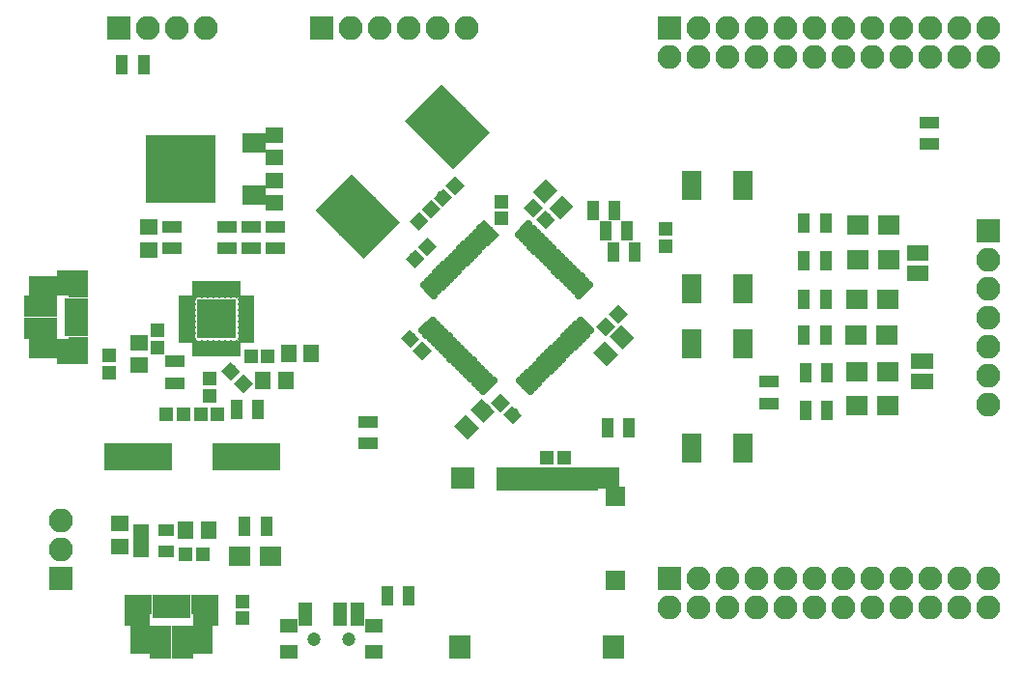
<source format=gts>
G04 #@! TF.GenerationSoftware,KiCad,Pcbnew,(2017-08-04 revision 7bf9f8e1c)-master*
G04 #@! TF.CreationDate,2018-06-13T20:52:22+02:00*
G04 #@! TF.ProjectId,pcb-f2-a,7063622D66322D612E6B696361645F70,rev?*
G04 #@! TF.SameCoordinates,Original*
G04 #@! TF.FileFunction,Soldermask,Top*
G04 #@! TF.FilePolarity,Negative*
%FSLAX46Y46*%
G04 Gerber Fmt 4.6, Leading zero omitted, Abs format (unit mm)*
G04 Created by KiCad (PCBNEW (2017-08-04 revision 7bf9f8e1c)-master) date Wed Jun 13 20:52:22 2018*
%MOMM*%
%LPD*%
G01*
G04 APERTURE LIST*
%ADD10O,0.640000X0.840000*%
%ADD11O,0.840000X0.640000*%
%ADD12C,1.350000*%
%ADD13R,3.500000X3.500000*%
%ADD14R,0.640000X1.400000*%
%ADD15R,1.400000X0.640000*%
%ADD16R,1.400000X1.650000*%
%ADD17R,5.900000X2.400000*%
%ADD18R,1.799540X2.500580*%
%ADD19C,1.150000*%
%ADD20C,0.100000*%
%ADD21R,1.150000X1.200000*%
%ADD22C,1.400000*%
%ADD23R,1.650000X1.400000*%
%ADD24R,1.200000X1.150000*%
%ADD25R,1.900000X1.700000*%
%ADD26R,2.100000X2.100000*%
%ADD27O,2.100000X2.100000*%
%ADD28R,0.975000X1.450000*%
%ADD29R,1.700480X2.851100*%
%ADD30R,2.226260X1.101040*%
%ADD31R,2.398980X1.799540*%
%ADD32R,1.824940X2.899360*%
%ADD33R,0.798780X2.150060*%
%ADD34R,2.150060X0.798780*%
%ADD35R,2.899360X1.824940*%
%ADD36R,1.799540X2.398980*%
%ADD37R,2.851100X1.700480*%
%ADD38R,1.101040X2.226260*%
%ADD39R,1.200100X2.078940*%
%ADD40R,2.000200X1.901140*%
%ADD41R,2.099260X1.901140*%
%ADD42R,1.901140X2.099260*%
%ADD43R,1.690320X1.700480*%
%ADD44R,1.690320X1.799540*%
%ADD45R,1.100000X1.700000*%
%ADD46R,1.700000X1.100000*%
%ADD47R,1.600000X1.200000*%
%ADD48C,1.200000*%
%ADD49R,1.200000X2.000000*%
%ADD50C,0.648920*%
%ADD51C,0.648920*%
%ADD52R,2.099260X1.700480*%
%ADD53R,6.099760X5.899100*%
%ADD54R,1.460000X1.050000*%
%ADD55C,4.499560*%
G04 APERTURE END LIST*
D10*
X69687500Y-102382500D03*
X69187500Y-102382500D03*
X68687500Y-102382500D03*
X68187500Y-102382500D03*
X67687500Y-102382500D03*
X67187500Y-102382500D03*
X66687500Y-102382500D03*
D11*
X65692500Y-101887500D03*
X65692500Y-101387500D03*
X65692500Y-100887500D03*
X65692500Y-100387500D03*
X65692500Y-99887500D03*
X65692500Y-99387500D03*
X65692500Y-98887500D03*
D10*
X66187500Y-97892500D03*
X66687500Y-97892500D03*
X67187500Y-97892500D03*
X67687500Y-97892500D03*
X68187500Y-97892500D03*
X68687500Y-97892500D03*
X69187500Y-97892500D03*
D11*
X70182500Y-98387500D03*
X70182500Y-98887500D03*
X70182500Y-99387500D03*
X70182500Y-99887500D03*
X70182500Y-100387500D03*
X70182500Y-100887500D03*
X70182500Y-101387500D03*
D12*
X68837500Y-101037500D03*
X67937500Y-101037500D03*
X67037500Y-101037500D03*
X68837500Y-100137500D03*
X67937500Y-100137500D03*
X67037500Y-100137500D03*
X68837500Y-99237500D03*
X67937500Y-99237500D03*
D13*
X67937500Y-100137500D03*
D12*
X67037500Y-99237500D03*
D14*
X69687500Y-102782500D03*
X69187500Y-102782500D03*
X68687500Y-102782500D03*
X68187500Y-102782500D03*
X67687500Y-102782500D03*
X67187500Y-102782500D03*
X66687500Y-102782500D03*
D10*
X66187500Y-102382500D03*
D15*
X65292500Y-101887500D03*
X65292500Y-101387500D03*
X65292500Y-100887500D03*
X65292500Y-100387500D03*
X65292500Y-99887500D03*
X65292500Y-99387500D03*
X65292500Y-98887500D03*
D11*
X65692500Y-98387500D03*
D14*
X66187500Y-97492500D03*
X66687500Y-97492500D03*
X67187500Y-97492500D03*
X67687500Y-97492500D03*
X68187500Y-97492500D03*
X68687500Y-97492500D03*
X69187500Y-97492500D03*
D10*
X69687500Y-97892500D03*
D15*
X70582500Y-98387500D03*
X70582500Y-98887500D03*
X70582500Y-99387500D03*
X70582500Y-99887500D03*
X70582500Y-100387500D03*
X70582500Y-100887500D03*
X70582500Y-101387500D03*
D11*
X70182500Y-101887500D03*
D14*
X66187500Y-102782500D03*
D15*
X65292500Y-98387500D03*
D14*
X69687500Y-97492500D03*
D15*
X70582500Y-101887500D03*
D16*
X67250000Y-118650000D03*
X65250000Y-118650000D03*
D17*
X70550000Y-112200000D03*
X61050000Y-112200000D03*
D18*
X114050440Y-88400860D03*
X114050440Y-97499140D03*
X109549560Y-88400860D03*
X109549560Y-97499140D03*
X114050440Y-102350860D03*
X114050440Y-111449140D03*
X109549560Y-102350860D03*
X109549560Y-111449140D03*
D19*
X84919670Y-101869670D03*
D20*
G36*
X84088820Y-101851992D02*
X84901992Y-101038820D01*
X85750520Y-101887348D01*
X84937348Y-102700520D01*
X84088820Y-101851992D01*
X84088820Y-101851992D01*
G37*
D19*
X85980330Y-102930330D03*
D20*
G36*
X85149480Y-102912652D02*
X85962652Y-102099480D01*
X86811180Y-102948008D01*
X85998008Y-103761180D01*
X85149480Y-102912652D01*
X85149480Y-102912652D01*
G37*
D19*
X86380330Y-93819670D03*
D20*
G36*
X86398008Y-92988820D02*
X87211180Y-93801992D01*
X86362652Y-94650520D01*
X85549480Y-93837348D01*
X86398008Y-92988820D01*
X86398008Y-92988820D01*
G37*
D19*
X85319670Y-94880330D03*
D20*
G36*
X85337348Y-94049480D02*
X86150520Y-94862652D01*
X85301992Y-95711180D01*
X84488820Y-94898008D01*
X85337348Y-94049480D01*
X85337348Y-94049480D01*
G37*
D19*
X95719670Y-90369670D03*
D20*
G36*
X96550520Y-90387348D02*
X95737348Y-91200520D01*
X94888820Y-90351992D01*
X95701992Y-89538820D01*
X96550520Y-90387348D01*
X96550520Y-90387348D01*
G37*
D19*
X96780330Y-91430330D03*
D20*
G36*
X97611180Y-91448008D02*
X96798008Y-92261180D01*
X95949480Y-91412652D01*
X96762652Y-90599480D01*
X97611180Y-91448008D01*
X97611180Y-91448008D01*
G37*
D21*
X92900000Y-89850000D03*
X92900000Y-91350000D03*
D19*
X92819670Y-107469670D03*
D20*
G36*
X93650520Y-107487348D02*
X92837348Y-108300520D01*
X91988820Y-107451992D01*
X92801992Y-106638820D01*
X93650520Y-107487348D01*
X93650520Y-107487348D01*
G37*
D19*
X93880330Y-108530330D03*
D20*
G36*
X94711180Y-108548008D02*
X93898008Y-109361180D01*
X93049480Y-108512652D01*
X93862652Y-107699480D01*
X94711180Y-108548008D01*
X94711180Y-108548008D01*
G37*
D19*
X103130330Y-99719670D03*
D20*
G36*
X103148008Y-98888820D02*
X103961180Y-99701992D01*
X103112652Y-100550520D01*
X102299480Y-99737348D01*
X103148008Y-98888820D01*
X103148008Y-98888820D01*
G37*
D19*
X102069670Y-100780330D03*
D20*
G36*
X102087348Y-99949480D02*
X102900520Y-100762652D01*
X102051992Y-101611180D01*
X101238820Y-100798008D01*
X102087348Y-99949480D01*
X102087348Y-99949480D01*
G37*
D22*
X98157107Y-90357107D03*
D20*
G36*
X99235445Y-90268719D02*
X98068719Y-91435445D01*
X97078769Y-90445495D01*
X98245495Y-89278769D01*
X99235445Y-90268719D01*
X99235445Y-90268719D01*
G37*
D22*
X96742893Y-88942893D03*
D20*
G36*
X97821231Y-88854505D02*
X96654505Y-90021231D01*
X95664555Y-89031281D01*
X96831281Y-87864555D01*
X97821231Y-88854505D01*
X97821231Y-88854505D01*
G37*
D23*
X59424999Y-118110000D03*
X59424999Y-120110000D03*
D24*
X65250000Y-120750000D03*
X66750000Y-120750000D03*
D23*
X73000000Y-84000000D03*
X73000000Y-86000000D03*
X73000000Y-90000000D03*
X73000000Y-88000000D03*
D22*
X91257107Y-108192893D03*
D20*
G36*
X91168719Y-107114555D02*
X92335445Y-108281281D01*
X91345495Y-109271231D01*
X90178769Y-108104505D01*
X91168719Y-107114555D01*
X91168719Y-107114555D01*
G37*
D22*
X89842893Y-109607107D03*
D20*
G36*
X89754505Y-108528769D02*
X90921231Y-109695495D01*
X89931281Y-110685445D01*
X88764555Y-109518719D01*
X89754505Y-108528769D01*
X89754505Y-108528769D01*
G37*
D22*
X102042893Y-103157107D03*
D20*
G36*
X102131281Y-104235445D02*
X100964555Y-103068719D01*
X101954505Y-102078769D01*
X103121231Y-103245495D01*
X102131281Y-104235445D01*
X102131281Y-104235445D01*
G37*
D22*
X103457107Y-101742893D03*
D20*
G36*
X103545495Y-102821231D02*
X102378769Y-101654505D01*
X103368719Y-100664555D01*
X104535445Y-101831281D01*
X103545495Y-102821231D01*
X103545495Y-102821231D01*
G37*
D21*
X107300000Y-92250000D03*
X107300000Y-93750000D03*
D19*
X88830330Y-88419670D03*
D20*
G36*
X88812652Y-89250520D02*
X87999480Y-88437348D01*
X88848008Y-87588820D01*
X89661180Y-88401992D01*
X88812652Y-89250520D01*
X88812652Y-89250520D01*
G37*
D19*
X87769670Y-89480330D03*
D20*
G36*
X87751992Y-90311180D02*
X86938820Y-89498008D01*
X87787348Y-88649480D01*
X88600520Y-89462652D01*
X87751992Y-90311180D01*
X87751992Y-90311180D01*
G37*
D19*
X86730330Y-90519670D03*
D20*
G36*
X86748008Y-89688820D02*
X87561180Y-90501992D01*
X86712652Y-91350520D01*
X85899480Y-90537348D01*
X86748008Y-89688820D01*
X86748008Y-89688820D01*
G37*
D19*
X85669670Y-91580330D03*
D20*
G36*
X85687348Y-90749480D02*
X86500520Y-91562652D01*
X85651992Y-92411180D01*
X84838820Y-91598008D01*
X85687348Y-90749480D01*
X85687348Y-90749480D01*
G37*
D21*
X67300000Y-105350000D03*
X67300000Y-106850000D03*
D19*
X70280330Y-105780330D03*
D20*
G36*
X69449480Y-105762652D02*
X70262652Y-104949480D01*
X71111180Y-105798008D01*
X70298008Y-106611180D01*
X69449480Y-105762652D01*
X69449480Y-105762652D01*
G37*
D19*
X69219670Y-104719670D03*
D20*
G36*
X68388820Y-104701992D02*
X69201992Y-103888820D01*
X70050520Y-104737348D01*
X69237348Y-105550520D01*
X68388820Y-104701992D01*
X68388820Y-104701992D01*
G37*
D21*
X62750000Y-101150000D03*
X62750000Y-102650000D03*
D23*
X61150000Y-102200000D03*
X61150000Y-104200000D03*
D24*
X70950000Y-103450000D03*
X72450000Y-103450000D03*
D23*
X62000000Y-94100000D03*
X62000000Y-92100000D03*
D24*
X63550000Y-108500000D03*
X65050000Y-108500000D03*
X66550000Y-108500000D03*
X68050000Y-108500000D03*
X96900000Y-112300000D03*
X98400000Y-112300000D03*
D16*
X74250000Y-103200000D03*
X76250000Y-103200000D03*
X74000000Y-105500000D03*
X72000000Y-105500000D03*
D25*
X124048002Y-98440000D03*
X126748002Y-98440000D03*
X126748001Y-107740001D03*
X124048001Y-107740001D03*
X126848000Y-94940000D03*
X124148000Y-94940000D03*
X124048000Y-104740000D03*
X126748000Y-104740000D03*
X124148000Y-91939999D03*
X126848000Y-91939999D03*
X126648000Y-101540000D03*
X123948000Y-101540000D03*
X72665000Y-120905000D03*
X69965000Y-120905000D03*
D26*
X59360000Y-74600000D03*
D27*
X61900000Y-74600000D03*
X64440000Y-74600000D03*
X66980000Y-74600000D03*
D26*
X135560000Y-92380000D03*
D27*
X135560000Y-94920000D03*
X135560000Y-97460000D03*
X135560000Y-100000000D03*
X135560000Y-102540000D03*
X135560000Y-105080000D03*
X135560000Y-107620000D03*
D26*
X107620000Y-122860000D03*
D27*
X107620000Y-125400000D03*
X110160000Y-122860000D03*
X110160000Y-125400000D03*
X112700000Y-122860000D03*
X112700000Y-125400000D03*
X115240000Y-122860000D03*
X115240000Y-125400000D03*
X117780000Y-122860000D03*
X117780000Y-125400000D03*
X120320000Y-122860000D03*
X120320000Y-125400000D03*
X122860000Y-122860000D03*
X122860000Y-125400000D03*
X125400000Y-122860000D03*
X125400000Y-125400000D03*
X127940000Y-122860000D03*
X127940000Y-125400000D03*
X130480000Y-122860000D03*
X130480000Y-125400000D03*
X133020000Y-122860000D03*
X133020000Y-125400000D03*
X135560000Y-122860000D03*
X135560000Y-125400000D03*
X135560000Y-77140000D03*
X135560000Y-74600000D03*
X133020000Y-77140000D03*
X133020000Y-74600000D03*
X130480000Y-77140000D03*
X130480000Y-74600000D03*
X127940000Y-77140000D03*
X127940000Y-74600000D03*
X125400000Y-77140000D03*
X125400000Y-74600000D03*
X122860000Y-77140000D03*
X122860000Y-74600000D03*
X120320000Y-77140000D03*
X120320000Y-74600000D03*
X117780000Y-77140000D03*
X117780000Y-74600000D03*
X115240000Y-77140000D03*
X115240000Y-74600000D03*
X112700000Y-77140000D03*
X112700000Y-74600000D03*
X110160000Y-77140000D03*
X110160000Y-74600000D03*
X107620000Y-77140000D03*
D26*
X107620000Y-74600000D03*
D27*
X54280000Y-117780000D03*
X54280000Y-120320000D03*
D26*
X54280000Y-122860000D03*
D21*
X58550000Y-104850000D03*
X58550000Y-103350000D03*
X70250000Y-124900000D03*
X70250000Y-126400000D03*
D28*
X128935500Y-94365000D03*
X129860500Y-94365000D03*
X129860500Y-96115000D03*
X128935500Y-96115000D03*
X129335500Y-105615000D03*
X130260500Y-105615000D03*
X130260500Y-103865000D03*
X129335500Y-103865000D03*
D26*
X77140000Y-74600000D03*
D27*
X79680000Y-74600000D03*
X82220000Y-74600000D03*
X84760000Y-74600000D03*
X87300000Y-74600000D03*
X89840000Y-74600000D03*
D29*
X66725420Y-128050140D03*
D30*
X66987040Y-126500740D03*
X61012960Y-126500740D03*
D29*
X61274580Y-128050140D03*
D31*
X66900680Y-125169780D03*
X61099320Y-125169780D03*
D32*
X64962660Y-128448920D03*
X63037340Y-128448920D03*
D33*
X65300480Y-125375520D03*
X64650240Y-125375520D03*
X64000000Y-125375520D03*
X63349760Y-125375520D03*
X62699520Y-125375520D03*
D34*
X55624480Y-98699520D03*
X55624480Y-99349760D03*
X55624480Y-100000000D03*
X55624480Y-100650240D03*
X55624480Y-101300480D03*
D35*
X52551080Y-99037340D03*
X52551080Y-100962660D03*
D36*
X55830220Y-97099320D03*
X55830220Y-102900680D03*
D37*
X52949860Y-97274580D03*
D38*
X54499260Y-97012960D03*
X54499260Y-102987040D03*
D37*
X52949860Y-102725420D03*
D39*
X93099320Y-114139740D03*
X94199140Y-114139740D03*
X95298960Y-114139740D03*
X96398780Y-114139740D03*
X97501140Y-114139740D03*
X98600960Y-114139740D03*
X99700780Y-114139740D03*
X100800600Y-114139740D03*
D40*
X102210300Y-114050840D03*
D41*
X89550940Y-114050840D03*
D42*
X102748780Y-128899680D03*
X89251220Y-128899680D03*
D43*
X102855460Y-115699300D03*
D44*
X102855460Y-123100860D03*
D45*
X61550000Y-77850000D03*
X59650000Y-77850000D03*
X104100000Y-109700000D03*
X102200000Y-109700000D03*
X102700000Y-94300000D03*
X104600000Y-94300000D03*
X102850000Y-90600000D03*
X100950000Y-90600000D03*
D46*
X116350000Y-107550000D03*
X116350000Y-105650000D03*
X73100000Y-92050000D03*
X73100000Y-93950000D03*
X71000000Y-93950000D03*
X71000000Y-92050000D03*
X68900000Y-92050000D03*
X68900000Y-93950000D03*
X64000000Y-93950000D03*
X64000000Y-92050000D03*
D45*
X84800000Y-124450000D03*
X82900000Y-124450000D03*
D46*
X130450000Y-84800000D03*
X130450000Y-82900000D03*
X81200000Y-109150000D03*
X81200000Y-111050000D03*
X64300000Y-103850000D03*
X64300000Y-105750000D03*
D45*
X102050000Y-92450000D03*
X103950000Y-92450000D03*
X121348000Y-98440000D03*
X119448000Y-98440000D03*
X119548000Y-108140000D03*
X121448000Y-108140000D03*
X121348000Y-95040000D03*
X119448000Y-95040000D03*
X121448000Y-104840000D03*
X119548000Y-104840000D03*
X119447999Y-91740000D03*
X121347999Y-91740000D03*
X119448000Y-101540000D03*
X121348000Y-101540000D03*
X72315000Y-118355000D03*
X70415000Y-118355000D03*
X71600000Y-108050000D03*
X69700000Y-108050000D03*
D47*
X81750000Y-129350000D03*
X81750000Y-127050000D03*
X74250000Y-129350000D03*
X74250000Y-127050000D03*
D48*
X79500000Y-128200000D03*
X76500000Y-128200000D03*
D49*
X75750000Y-126050000D03*
X78750000Y-126050000D03*
X80250000Y-126050000D03*
D50*
X91850297Y-92298354D03*
D20*
G36*
X91399488Y-91388689D02*
X92759962Y-92749163D01*
X92301106Y-93208019D01*
X90940632Y-91847545D01*
X91399488Y-91388689D01*
X91399488Y-91388689D01*
G37*
D50*
X91496475Y-92652176D03*
D51*
X91947284Y-93102985D02*
X91045666Y-92201367D01*
D50*
X91142653Y-93005998D03*
D51*
X91593462Y-93456807D02*
X90691844Y-92555189D01*
D50*
X90788831Y-93359820D03*
D51*
X91239640Y-93810629D02*
X90338022Y-92909011D01*
D50*
X90435009Y-93713642D03*
D51*
X90885818Y-94164451D02*
X89984200Y-93262833D01*
D50*
X90082983Y-94065668D03*
D51*
X90533792Y-94516477D02*
X89632174Y-93614859D01*
D50*
X89729161Y-94419491D03*
D51*
X90179970Y-94870300D02*
X89278352Y-93968682D01*
D50*
X89375339Y-94773313D03*
D51*
X89826148Y-95224122D02*
X88924530Y-94322504D01*
D50*
X89021517Y-95127135D03*
D51*
X89472326Y-95577944D02*
X88570708Y-94676326D01*
D50*
X88667694Y-95480957D03*
D51*
X89118503Y-95931766D02*
X88216885Y-95030148D01*
D50*
X88313872Y-95834779D03*
D51*
X88764681Y-96285588D02*
X87863063Y-95383970D01*
D50*
X87961846Y-96186805D03*
D51*
X88412655Y-96637614D02*
X87511037Y-95735996D01*
D50*
X87608024Y-96540627D03*
D51*
X88058833Y-96991436D02*
X87157215Y-96089818D01*
D50*
X87254202Y-96894449D03*
D51*
X87705011Y-97345258D02*
X86803393Y-96443640D01*
D50*
X86900380Y-97248271D03*
D51*
X87351189Y-97699080D02*
X86449571Y-96797462D01*
D50*
X86546558Y-97602093D03*
D51*
X86997367Y-98052902D02*
X86095749Y-97151284D01*
D50*
X86433407Y-100714650D03*
D51*
X86884216Y-100263841D02*
X85982598Y-101165459D01*
D50*
X86787229Y-101068472D03*
D51*
X87238038Y-100617663D02*
X86336420Y-101519281D01*
D50*
X87141051Y-101422294D03*
D51*
X87591860Y-100971485D02*
X86690242Y-101873103D01*
D50*
X87494873Y-101776116D03*
D51*
X87945682Y-101325307D02*
X87044064Y-102226925D01*
D50*
X87848695Y-102129938D03*
D51*
X88299504Y-101679129D02*
X87397886Y-102580747D01*
D50*
X88200721Y-102481964D03*
D51*
X88651530Y-102031155D02*
X87749912Y-102932773D01*
D50*
X88554543Y-102835787D03*
D51*
X89005352Y-102384978D02*
X88103734Y-103286596D01*
D50*
X88908365Y-103189609D03*
D51*
X89359174Y-102738800D02*
X88457556Y-103640418D01*
D50*
X89262187Y-103543431D03*
D51*
X89712996Y-103092622D02*
X88811378Y-103994240D01*
D50*
X89616010Y-103897253D03*
D51*
X90066819Y-103446444D02*
X89165201Y-104348062D01*
D50*
X89969832Y-104251075D03*
D51*
X90420641Y-103800266D02*
X89519023Y-104701884D01*
D50*
X90321858Y-104603101D03*
D51*
X90772667Y-104152292D02*
X89871049Y-105053910D01*
D50*
X90675680Y-104956923D03*
D51*
X91126489Y-104506114D02*
X90224871Y-105407732D01*
D50*
X91029502Y-105310745D03*
D51*
X91480311Y-104859936D02*
X90578693Y-105761554D01*
D50*
X91383324Y-105664567D03*
D51*
X91834133Y-105213758D02*
X90932515Y-106115376D01*
D50*
X91737146Y-106018389D03*
D51*
X92187955Y-105567580D02*
X91286337Y-106469198D01*
D50*
X94962854Y-106018389D03*
D51*
X95413663Y-106469198D02*
X94512045Y-105567580D01*
D50*
X95316676Y-105664567D03*
D51*
X95767485Y-106115376D02*
X94865867Y-105213758D01*
D50*
X95670498Y-105310745D03*
D51*
X96121307Y-105761554D02*
X95219689Y-104859936D01*
D50*
X96024320Y-104956923D03*
D51*
X96475129Y-105407732D02*
X95573511Y-104506114D01*
D50*
X96378142Y-104603101D03*
D51*
X96828951Y-105053910D02*
X95927333Y-104152292D01*
D50*
X96730168Y-104251075D03*
D51*
X97180977Y-104701884D02*
X96279359Y-103800266D01*
D50*
X97083990Y-103897253D03*
D51*
X97534799Y-104348062D02*
X96633181Y-103446444D01*
D50*
X97437813Y-103543431D03*
D51*
X97888622Y-103994240D02*
X96987004Y-103092622D01*
D50*
X97791635Y-103189609D03*
D51*
X98242444Y-103640418D02*
X97340826Y-102738800D01*
D50*
X98145457Y-102835787D03*
D51*
X98596266Y-103286596D02*
X97694648Y-102384978D01*
D50*
X98499279Y-102481964D03*
D51*
X98950088Y-102932773D02*
X98048470Y-102031155D01*
D50*
X98851305Y-102129938D03*
D51*
X99302114Y-102580747D02*
X98400496Y-101679129D01*
D50*
X99205127Y-101776116D03*
D51*
X99655936Y-102226925D02*
X98754318Y-101325307D01*
D50*
X99558949Y-101422294D03*
D51*
X100009758Y-101873103D02*
X99108140Y-100971485D01*
D50*
X99912771Y-101068472D03*
D51*
X100363580Y-101519281D02*
X99461962Y-100617663D01*
D50*
X100266593Y-100714650D03*
D51*
X100717402Y-101165459D02*
X99815784Y-100263841D01*
D50*
X100153442Y-97602093D03*
D51*
X100604251Y-97151284D02*
X99702633Y-98052902D01*
D50*
X99799620Y-97248271D03*
D51*
X100250429Y-96797462D02*
X99348811Y-97699080D01*
D50*
X99091976Y-96540627D03*
D51*
X99542785Y-96089818D02*
X98641167Y-96991436D01*
D50*
X99458370Y-96881877D03*
D51*
X99909179Y-96431068D02*
X99007561Y-97332686D01*
D50*
X98738154Y-96186805D03*
D51*
X99188963Y-95735996D02*
X98287345Y-96637614D01*
D50*
X98386128Y-95834779D03*
D51*
X98836937Y-95383970D02*
X97935319Y-96285588D01*
D50*
X98032306Y-95480957D03*
D51*
X98483115Y-95030148D02*
X97581497Y-95931766D01*
D50*
X97678483Y-95127135D03*
D51*
X98129292Y-94676326D02*
X97227674Y-95577944D01*
D50*
X97324661Y-94773313D03*
D51*
X97775470Y-94322504D02*
X96873852Y-95224122D01*
D50*
X96970839Y-94419491D03*
D51*
X97421648Y-93968682D02*
X96520030Y-94870300D01*
D50*
X96622405Y-94071057D03*
D51*
X97073214Y-93620248D02*
X96171596Y-94521866D01*
D50*
X96268583Y-93717234D03*
D51*
X96719392Y-93266425D02*
X95817774Y-94168043D01*
D50*
X95914761Y-93363412D03*
D51*
X96365570Y-92912603D02*
X95463952Y-93814221D01*
D50*
X95560939Y-93009590D03*
D51*
X96011748Y-92558781D02*
X95110130Y-93460399D01*
D50*
X95208913Y-92657564D03*
D51*
X95659722Y-92206755D02*
X94758104Y-93108373D01*
D50*
X94855091Y-92303742D03*
D51*
X95305900Y-91852933D02*
X94404282Y-92754551D01*
D52*
X71220720Y-89286000D03*
X71220720Y-84714000D03*
D53*
X64779280Y-87000000D03*
D54*
X61325000Y-118660000D03*
X61325000Y-119610000D03*
X61325000Y-120560000D03*
X63525000Y-120560000D03*
X63525000Y-118660000D03*
D55*
X88174372Y-83275628D03*
D20*
G36*
X88705105Y-86988031D02*
X84461969Y-82744895D01*
X87643639Y-79563225D01*
X91886775Y-83806361D01*
X88705105Y-86988031D01*
X88705105Y-86988031D01*
G37*
D55*
X80325628Y-91124372D03*
D20*
G36*
X80856361Y-94836775D02*
X76613225Y-90593639D01*
X79794895Y-87411969D01*
X84038031Y-91655105D01*
X80856361Y-94836775D01*
X80856361Y-94836775D01*
G37*
M02*

</source>
